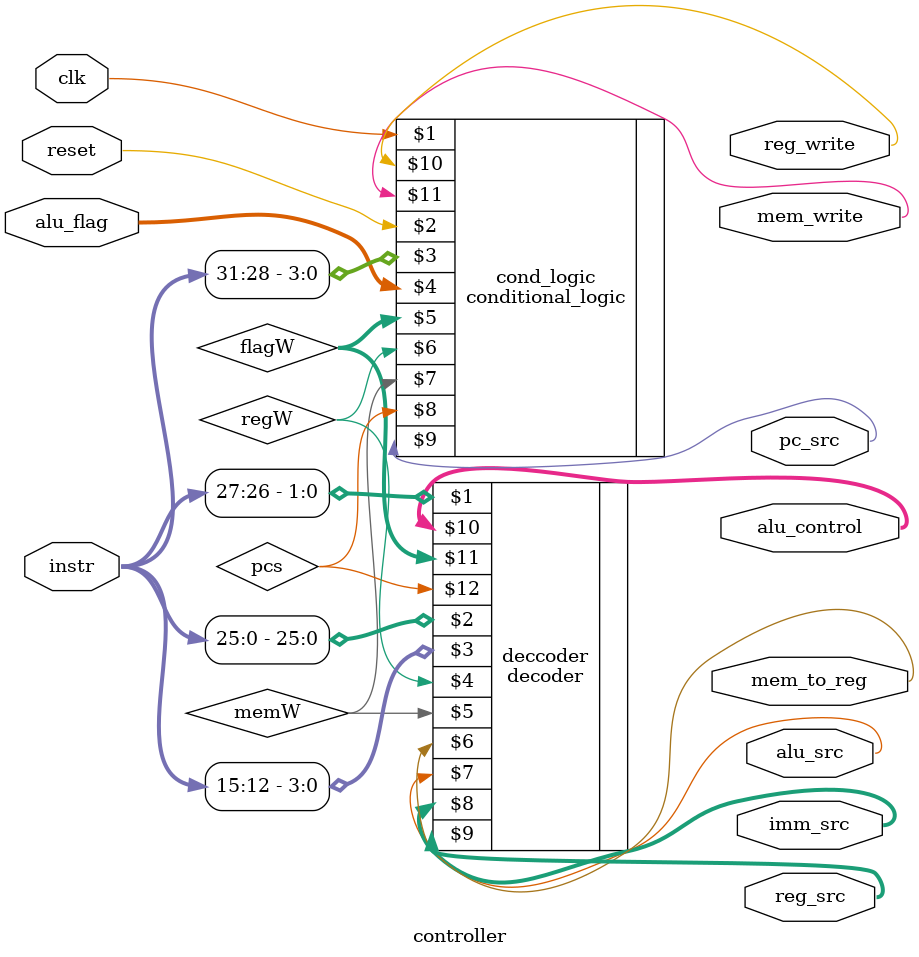
<source format=v>
`timescale 1ns / 1ps


 module controller(input clk, reset,
 input [31:0] instr,
 input [3:0]alu_flag,
 output pc_src,mem_to_reg,reg_write,alu_src,mem_write,
 output [1:0]reg_src,alu_control,imm_src
    );
   wire regW,memW,pcs;
   wire[1:0] flagW;
   decoder deccoder(instr[27:26] ,instr[25:0] ,instr[15:12], regW,memW,mem_to_reg,alu_src,imm_src,
    reg_src,alu_control,flagW, pcs);
    conditional_logic cond_logic(clk,reset, instr[31:28],alu_flag,flagW, regW,memW,pcs,pc_src,reg_write,mem_write);
    
    
endmodule

</source>
